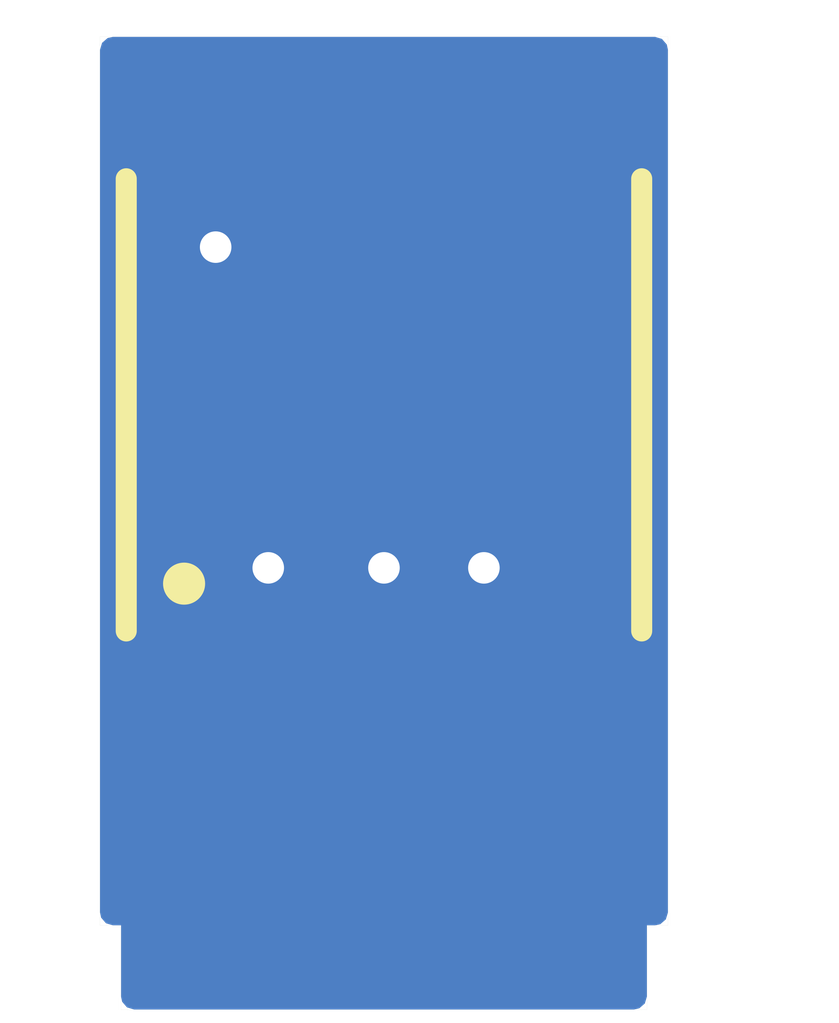
<source format=kicad_pcb>
(kicad_pcb (version 20221018) (generator pcbnew)
  (layers (0 "F.Cu" signal) (31 "B.Cu" signal) (34 "B.Paste" user) (35 "F.Paste" user) (36 "B.SilkS" user "B.Silkscreen") (37 "F.SilkS" user "F.Silkscreen") (38 "B.Mask" user) (39 "F.Mask" user) (44 "Edge.Cuts" user))
  (net 0 "")
  (net 1 "+3.3V")
  (net 2 "GND")
  (net 4 "B")
  (net 5 "A")
  (footprint "Package_SO_HS:TSSOP-14_4.4x5mm_P0.65mm" (layer "F.Cu") (at 100 94.25 90)
    (fp_text reference "U1" hide)
    (fp_text value "AS5047D" hide)
    (fp_line (start -2.15 -2.45) (end 2.15 -2.45) (stroke (width 0.2)) (layer "F.SilkS"))
    (fp_line (start -2.15 2.45) (end 2.15 2.45) (stroke (width 0.2)) (layer "F.SilkS"))
    (fp_circle (center -1.7 -1.9) (end -1.7 -1.8) (stroke (width 0.2)) (fill none) (layer "F.SilkS"))
    (pad "1" smd roundrect (at -2.8625 -1.95 90) (size 1.27 0.4) (layers "F.Cu" "F.Paste" "F.Mask") (net 1 "+3.3V"))
    (pad "2" smd roundrect (at -2.8625 -1.3 90) (size 1.27 0.4) (layers "F.Cu" "F.Paste" "F.Mask") (net 2 "GND"))
    (pad "3" smd roundrect (at -2.8625 -0.65 90) (size 1.27 0.4) (layers "F.Cu" "F.Paste" "F.Mask"))
    (pad "4" smd roundrect (at -2.8625 0 90) (size 1.27 0.4) (layers "F.Cu" "F.Paste" "F.Mask") (net 2 "GND"))
    (pad "5" smd roundrect (at -2.8625 0.65 90) (size 1.27 0.4) (layers "F.Cu" "F.Paste" "F.Mask") (net 2 "GND"))
    (pad "6" smd roundrect (at -2.8625 1.3 90) (size 1.27 0.4) (layers "F.Cu" "F.Paste" "F.Mask") (net 4 "B"))
    (pad "7" smd roundrect (at -2.8625 1.95 90) (size 1.27 0.4) (layers "F.Cu" "F.Paste" "F.Mask") (net 5 "A"))
    (pad "8" smd roundrect (at 2.8625 1.95 90) (size 1.27 0.4) (layers "F.Cu" "F.Paste" "F.Mask"))
    (pad "9" smd roundrect (at 2.8625 1.3 90) (size 1.27 0.4) (layers "F.Cu" "F.Paste" "F.Mask"))
    (pad "10" smd roundrect (at 2.8625 0.65 90) (size 1.27 0.4) (layers "F.Cu" "F.Paste" "F.Mask"))
    (pad "11" smd roundrect (at 2.8625 0 90) (size 1.27 0.4) (layers "F.Cu" "F.Paste" "F.Mask") (net 1 "+3.3V"))
    (pad "12" smd roundrect (at 2.8625 -0.65 90) (size 1.27 0.4) (layers "F.Cu" "F.Paste" "F.Mask") (net 1 "+3.3V"))
    (pad "13" smd roundrect (at 2.8625 -1.3 90) (size 1.27 0.4) (layers "F.Cu" "F.Paste" "F.Mask") (net 2 "GND"))
    (pad "14" smd roundrect (at 2.8625 -1.95 90) (size 1.27 0.4) (layers "F.Cu" "F.Paste" "F.Mask"))
  )
  (gr_line (start 102.5 100) (end 102.5 99.2) (stroke (width 0.001)) (layer "Edge.Cuts"))
  (gr_line (start 102.7 99.2) (end 102.7 90.75) (stroke (width 0.001)) (layer "Edge.Cuts"))
  (gr_line (start 97.5 99.2) (end 97.3 99.2) (stroke (width 0.001)) (layer "Edge.Cuts"))
  (gr_line (start 97.3 90.75) (end 102.7 90.75) (stroke (width 0.001)) (layer "Edge.Cuts"))
  (gr_line (start 97.5 100) (end 102.5 100) (stroke (width 0.001)) (layer "Edge.Cuts"))
  (gr_line (start 97.5 100) (end 97.5 99.2) (stroke (width 0.001)) (layer "Edge.Cuts"))
  (gr_line (start 97.3 99.2) (end 97.3 90.75) (stroke (width 0.001)) (layer "Edge.Cuts"))
  (gr_line (start 102.5 99.2) (end 102.7 99.2) (stroke (width 0.001)) (layer "Edge.Cuts"))
  (segment (start 99.35 92.55) (end 99.35 91.3875) (width 0.2) (layer "F.Cu") (net 1))
  (segment (start 98.05 97.559948) (end 98.05 97.1125) (width 0.2) (layer "F.Cu") (net 1))
  (segment (start 99.35 93.55) (end 99.35 92.55) (width 0.2) (layer "F.Cu") (net 1))
  (segment (start 98.05 94.85) (end 99.35 93.55) (width 0.2) (layer "F.Cu") (net 1))
  (segment (start 100 91.3875) (end 100 91.9) (width 0.2) (layer "F.Cu") (net 1))
  (segment (start 98.05 97.1125) (end 98.05 94.85) (width 0.2) (layer "F.Cu") (net 1))
  (segment (start 100 91.9) (end 99.35 92.55) (width 0.2) (layer "F.Cu") (net 1))
  (segment (start 98.7 92.45) (end 98.4 92.75) (width 0.2) (layer "F.Cu") (net 2))
  (segment (start 98.7 97.1125) (end 98.7 96) (width 0.2) (layer "F.Cu") (net 2))
  (segment (start 100 97.1125) (end 100 95.8) (width 0.2) (layer "F.Cu") (net 2))
  (segment (start 100.65 96.1) (end 100.95 95.8) (width 0.2) (layer "F.Cu") (net 2))
  (segment (start 98.7 96) (end 98.9 95.8) (width 0.2) (layer "F.Cu") (net 2))
  (segment (start 98.7 91.3875) (end 98.7 92.45) (width 0.2) (layer "F.Cu") (net 2))
  (segment (start 100.65 97.1125) (end 100.65 96.1) (width 0.2) (layer "F.Cu") (net 2))
  (via (at 98.4 92.75) (size 0.6) (drill 0.3) (layers "F.Cu" "B.Cu") (net 2))
  (via (at 100.95 95.8) (size 0.6) (drill 0.3) (layers "F.Cu" "B.Cu") (net 2))
  (via (at 100 95.8) (size 0.6) (drill 0.3) (layers "F.Cu" "B.Cu") (net 2))
  (via (at 98.9 95.8) (size 0.6) (drill 0.3) (layers "F.Cu" "B.Cu") (net 2))
  (segment (start 102 97.1625) (end 101.95 97.1125) (width 0.2) (layer "F.Cu") (net 5))
  (zone (net 2) (net_name "GND") (layer "B.Cu") (connect_pads (clearance 0.3)) (min_thickness 0.25) (fill yes (thermal_gap 0.5) (thermal_bridge_width 0.5))
    (polygon (pts (xy 103.05 100.05) (xy 96.8 100.15) (xy 96.35 90.45) (xy 104.35 90.4)))
  )
)
</source>
